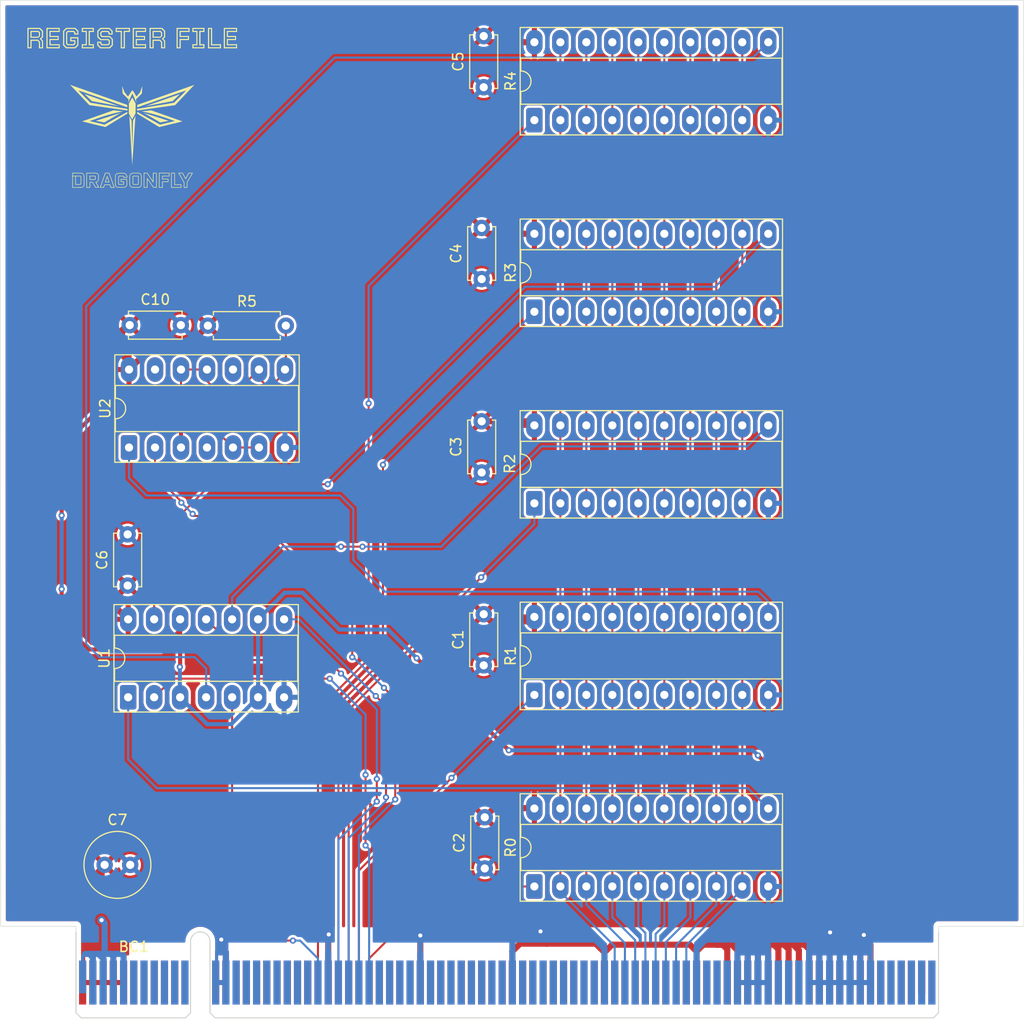
<source format=kicad_pcb>
(kicad_pcb (version 20241229) (generator "pcbnew") (generator_version "9.0")
  (layers (0 "F.Cu" signal) (2 "B.Cu" signal) (13 "F.Paste" user) (15 "B.Paste" user) (5 "F.SilkS" user "F.Silkscreen") (7 "B.SilkS" user "B.Silkscreen") (1 "F.Mask" user) (3 "B.Mask" user) (25 "Edge.Cuts" user))
  (net 0 "")
  (net 4 "GND")
  (net 8 "Net-(BC1-~{RYH})")
  (net 12 "Net-(BC1-~{LZL})")
  (net 20 "VCC")
  (net 29 "Net-(BC1-~{RZH})")
  (net 31 "/D6")
  (net 32 "Net-(BC1-~{RZL})")
  (net 48 "Net-(BC1-~{RYL})")
  (net 50 "/D5")
  (net 53 "/D1")
  (net 56 "Net-(BC1-~{LZH})")
  (net 62 "Net-(BC1-~{LYH})")
  (net 65 "/D3")
  (net 67 "/D4")
  (net 75 "Net-(BC1-~{RXH})")
  (net 79 "/D0")
  (net 84 "/D2")
  (net 85 "Net-(BC1-~{LYL})")
  (net 86 "Net-(BC1-~{LXH})")
  (net 88 "/D7")
  (net 90 "Net-(R0-Cp)")
  (net 91 "Net-(R1-Cp)")
  (net 92 "Net-(R2-Cp)")
  (net 93 "Net-(R3-Cp)")
  (net 94 "Net-(R4-Cp)")
  (net 95 "Net-(BC1-~{CLK})")
  (net 97 "Net-(R5-Pad2)")
  (footprint "Capacitor_THT:C_Radial_D6.3mm_H5.0mm_P2.50mm" (layer "F.Cu") (at 195.1 96.6)
    (property "Reference" "C7")
    (property "Value" "C")
  )
  (footprint "Package_DIP:DIP-20_W7.62mm_Socket_LongPads" (layer "F.Cu") (at 237.1 23.82 90)
    (property "Reference" "R4")
    (property "Value" "74LS574")
  )
  (footprint "Package_DIP:DIP-20_W7.62mm_Socket_LongPads" (layer "F.Cu") (at 237.1 61.265 90)
    (property "Reference" "R2")
    (property "Value" "74LS574")
  )
  (footprint "Connector_PCBEdge:BUS_PCIexpress_x16" (layer "F.Cu") (at 192.95 108.1)
    (property "Reference" "BC1")
    (property "Value" "BusConnector")
    (fp_line (start -0.65 -4.95) (end -0.65 2.95) (stroke (width 0.1)) (layer "Edge.Cuts"))
    (fp_line (start -0.65 2.95) (end -0.15 3.45) (stroke (width 0.1)) (layer "Edge.Cuts"))
    (fp_line (start -0.15 3.45) (end 10.05 3.45) (stroke (width 0.1)) (layer "Edge.Cuts"))
    (fp_line (start 10.55 -4) (end 10.55 2.95) (stroke (width 0.1)) (layer "Edge.Cuts"))
    (fp_line (start 10.55 2.95) (end 10.05 3.45) (stroke (width 0.1)) (layer "Edge.Cuts"))
    (fp_line (start 12.45 -4) (end 12.45 2.95) (stroke (width 0.1)) (layer "Edge.Cuts"))
    (fp_line (start 12.45 2.95) (end 12.95 3.45) (stroke (width 0.1)) (layer "Edge.Cuts"))
    (fp_line (start 12.95 3.45) (end 83.15 3.45) (stroke (width 0.1)) (layer "Edge.Cuts"))
    (fp_line (start 83.65 -4.95) (end 83.65 2.95) (stroke (width 0.1)) (layer "Edge.Cuts"))
    (fp_line (start 83.65 2.95) (end 83.15 3.45) (stroke (width 0.1)) (layer "Edge.Cuts"))
    (fp_arc (start 10.55 -4) (mid 11.5 -4.95) (end 12.45 -4) (stroke (width 0.1)) (layer "Edge.Cuts"))
  )
  (footprint "Capacitor_THT:C_Disc_D5.0mm_W2.5mm_P5.00mm" (layer "F.Cu") (at 232.15 20.6 90)
    (property "Reference" "C5")
    (property "Value" "C")
  )
  (footprint "Package_DIP:DIP-20_W7.62mm_Socket_LongPads" (layer "F.Cu") (at 237.1 79.9875 90)
    (property "Reference" "R1")
    (property "Value" "74LS574")
  )
  (footprint "Package_DIP:DIP-20_W7.62mm_Socket_LongPads" (layer "F.Cu") (at 237.1 98.71 90)
    (property "Reference" "R0")
    (property "Value" "74LS574")
  )
  (footprint "kibuzzard-6911B41A" (layer "F.Cu") (at 197.8 15.8)
    (property "Reference" "kibuzzard-6911B41A" (hide yes))
    (property "Value" "G***" (hide yes))
  )
  (footprint "Package_DIP:DIP-14_W7.62mm_Socket_LongPads" (layer "F.Cu") (at 197.485 55.81 90)
    (property "Reference" "U2")
    (property "Value" "74LS02")
  )
  (footprint "Resistor_THT:R_Axial_DIN0207_L6.3mm_D2.5mm_P7.62mm_Horizontal" (layer "F.Cu") (at 205.19 43.9)
    (property "Reference" "R5")
    (property "Value" "R")
  )
  (footprint "Capacitor_THT:C_Disc_D5.0mm_W2.5mm_P5.00mm" (layer "F.Cu") (at 231.95 58.25 90)
    (property "Reference" "C3")
    (property "Value" "C" (hide yes))
  )
  (footprint "Capacitor_THT:C_Disc_D5.0mm_W2.5mm_P5.00mm" (layer "F.Cu") (at 197.35 69.3 90)
    (property "Reference" "C6")
    (property "Value" "C")
  )
  (footprint "Package_DIP:DIP-14_W7.62mm_Socket_LongPads" (layer "F.Cu") (at 197.4 80.22 90)
    (property "Reference" "U1")
    (property "Value" "74LS02")
  )
  (footprint "Capacitor_THT:C_Disc_D5.0mm_W2.5mm_P5.00mm" (layer "F.Cu") (at 232.15 77.1 90)
    (property "Reference" "C1")
    (property "Value" "C" (hide yes))
  )
  (footprint "Package_DIP:DIP-20_W7.62mm_Socket_LongPads" (layer "F.Cu") (at 237.1 42.5425 90)
    (property "Reference" "R3")
    (property "Value" "74LS574")
  )
  (footprint "Capacitor_THT:C_Disc_D5.0mm_W2.5mm_P5.00mm" (layer "F.Cu") (at 232.25 96.95 90)
    (property "Reference" "C2")
    (property "Value" "C")
  )
  (footprint "Capacitor_THT:C_Disc_D5.0mm_W2.5mm_P5.00mm" (layer "F.Cu") (at 231.95 39.35 90)
    (property "Reference" "C4")
    (property "Value" "C")
  )
  (footprint "Capacitor_THT:C_Disc_D5.0mm_W2.5mm_P5.00mm" (layer "F.Cu") (at 197.55 43.85)
    (property "Reference" "C10")
    (property "Value" "C")
  )
  (gr_poly (pts (xy 201.993646 22.351126) (xy 198.263021 22.880292) (xy 198.263021 22.721542) (xy 201.887812 22.113001) (xy 202.478428 21.524237) (xy 202.879677 21.115778) (xy 203.008489 20.978549) (xy 203.042655 20.938625) (xy 203.050641 20.927328) (xy 203.051979 20.922376) (xy 202.298239 21.171324) (xy 200.662196 21.736035) (xy 198.289479 22.562792) (xy 198.289479 22.324667) (xy 203.872187 20.366751)) (fill yes) (layer "F.SilkS"))
  (gr_poly (pts (xy 201.945757 30.121938) (xy 202.579169 30.125378) (xy 202.575729 30.394459) (xy 201.623229 30.394459) (xy 201.623229 28.992168) (xy 201.940729 28.992168)) (stroke (width 0.052916)) (fill no) (layer "F.SilkS"))
  (gr_poly (pts (xy 196.983497 29.003545) (xy 196.99945 29.004468) (xy 197.015059 29.006779) (xy 197.030311 29.010384) (xy 197.045197 29.015191) (xy 197.059706 29.021107) (xy 197.073827 29.02804) (xy 197.08755 29.035895) (xy 197.100864 29.04458) (xy 197.113759 29.054002) (xy 197.126224 29.064069) (xy 197.138248 29.074686) (xy 197.149821 29.085763) (xy 197.160933 29.097205) (xy 197.171572 29.108919) (xy 197.191393 29.132794) (xy 197.209198 29.156643) (xy 197.224903 29.179725) (xy 197.238423 29.201295) (xy 197.249675 29.220611) (xy 197.265035 29.249503) (xy 197.270305 29.260455) (xy 197.284063 29.415501) (xy 196.966563 29.415501) (xy 196.966525 29.417241) (xy 196.966463 29.415732) (xy 196.966563 29.362584) (xy 196.966434 29.356094) (xy 196.966012 29.349963) (xy 196.965316 29.344182) (xy 196.964365 29.338739) (xy 196.963179 29.333625) (xy 196.961778 29.32883) (xy 196.96018 29.324343) (xy 196.958406 29.320155) (xy 196.956475 29.316257) (xy 196.954407 29.312636) (xy 196.952221 29.309285) (xy 196.949936 29.306192) (xy 196.947572 29.303348) (xy 196.945149 29.300742) (xy 196.942687 29.298365) (xy 196.940204 29.296207) (xy 196.93772 29.294257) (xy 196.935255 29.292505) (xy 196.932828 29.290942) (xy 196.930459 29.289557) (xy 196.925972 29.287283) (xy 196.921951 29.285603) (xy 196.918552 29.284435) (xy 196.915931 29.283701) (xy 196.913646 29.283209) (xy 196.516771 29.283209) (xy 196.510893 29.283384) (xy 196.505451 29.283847) (xy 196.500429 29.284578) (xy 196.49581 29.285559) (xy 196.491579 29.28677) (xy 196.487718 29.288191) (xy 196.484212 29.289804) (xy 196.481044 29.291589) (xy 196.478198 29.293527) (xy 196.475657 29.2956) (xy 196.473404 29.297786) (xy 196.471425 29.300069) (xy 196.469702 29.302427) (xy 196.468218 29.304842) (xy 196.466958 29.307295) (xy 196.465905 29.309767) (xy 196.465042 29.312237) (xy 196.464354 29.314688) (xy 196.463824 29.3171) (xy 196.463436 29.319453) (xy 196.463018 29.323906) (xy 196.46297 29.327895) (xy 196.46316 29.331265) (xy 196.463458 29.333863) (xy 196.463854 29.336126) (xy 196.463854 30.0505) (xy 196.464059 30.055424) (xy 196.464702 30.060033) (xy 196.465755 30.064337) (xy 196.467189 30.068347) (xy 196.468974 30.072073) (xy 196.471081 30.075525) (xy 196.473481 30.078714) (xy 196.476145 30.081651) (xy 196.479043 30.084345) (xy 196.482147 30.086808) (xy 196.485426 30.089049) (xy 196.488853 30.091079) (xy 196.492397 30.092909) (xy 196.496029 30.094549) (xy 196.499721 30.096008) (xy 196.503443 30.097299) (xy 196.510859 30.099413) (xy 196.518045 30.100975) (xy 196.524766 30.102069) (xy 196.53079 30.102776) (xy 196.539808 30.103368) (xy 196.543229 30.103417) (xy 196.913646 30.103417) (xy 196.918966 30.103219) (xy 196.92392 30.102736) (xy 196.928522 30.101987) (xy 196.932784 30.100991) (xy 196.936719 30.099768) (xy 196.940341 30.098337) (xy 196.943662 30.096716) (xy 196.946694 30.094926) (xy 196.949452 30.092983) (xy 196.951947 30.090909) (xy 196.954192 30.088722) (xy 196.956202 30.086441) (xy 196.957987 30.084086) (xy 196.959562 30.081674) (xy 196.960939 30.079226) (xy 196.962131 30.07676) (xy 196.963151 30.074296) (xy 196.964012 30.071853) (xy 196.964726 30.069449) (xy 196.965307 30.067104) (xy 196.96612 30.062667) (xy 196.966554 30.058694) (xy 196.966713 30.055338) (xy 196.966698 30.052752) (xy 196.966563 30.0505) (xy 196.966563 29.840951) (xy 196.701979 29.838834) (xy 196.701979 29.600709) (xy 197.265806 29.600442) (xy 197.272487 29.798946) (xy 197.275852 29.973034) (xy 197.276087 30.057191) (xy 197.274802 30.131197) (xy 197.27361 30.148196) (xy 197.27118 30.164524) (xy 197.267597 30.180189) (xy 197.262944 30.195199) (xy 197.257305 30.209563) (xy 197.250763 30.22329) (xy 197.243402 30.236388) (xy 197.235305 30.248866) (xy 197.226556 30.260734) (xy 197.217239 30.271998) (xy 197.207437 30.282669) (xy 197.197235 30.292755) (xy 197.186715 30.302264) (xy 197.175961 30.311205) (xy 197.165057 30.319587) (xy 197.154086 30.327419) (xy 197.13228 30.341465) (xy 197.11121 30.353414) (xy 197.091547 30.363334) (xy 197.073959 30.371294) (xy 197.047683 30.381616) (xy 197.037736 30.384933) (xy 196.855868 30.387579) (xy 196.65789 30.387612) (xy 196.414642 30.383875) (xy 196.392387 30.382634) (xy 196.371385 30.380064) (xy 196.351601 30.376252) (xy 196.332999 30.37129) (xy 196.315544 30.365267) (xy 196.299199 30.358274) (xy 196.283928 30.350399) (xy 196.269696 30.341732) (xy 196.256467 30.332365) (xy 196.244204 30.322385) (xy 196.232872 30.311884) (xy 196.222435 30.30095) (xy 196.212858 30.289675) (xy 196.204103 30.278147) (xy 196.196136 30.266456) (xy 196.18892 30.254693) (xy 196.182419 30.242947) (xy 196.176598 30.231307) (xy 196.166851 30.208708) (xy 196.159392 30.187615) (xy 196.153933 30.168745) (xy 196.150186 30.152817) (xy 196.147866 30.140551) (xy 196.146355 30.129876) (xy 196.146355 29.283209) (xy 196.147741 29.258806) (xy 196.150928 29.235871) (xy 196.155794 29.214357) (xy 196.162217 29.194221) (xy 196.170078 29.175416) (xy 196.179255 29.157897) (xy 196.189627 29.141618) (xy 196.201074 29.126534) (xy 196.213474 29.1126) (xy 196.226707 29.09977) (xy 196.240651 29.087998) (xy 196.255185 29.07724) (xy 196.27019 29.067449) (xy 196.285543 29.058581) (xy 196.301125 29.05059) (xy 196.316813 29.04343) (xy 196.348026 29.031423) (xy 196.378217 29.022196) (xy 196.406417 29.015386) (xy 196.431658 29.01063) (xy 196.452975 29.007563) (xy 196.469399 29.005823) (xy 196.483699 29.004867) (xy 196.670693 29.003312) (xy 196.834635 29.002746)) (stroke (width 0.052916)) (fill no) (layer "F.SilkS"))
  (gr_poly (pts (xy 197.867469 22.423091) (xy 197.868262 23.031898) (xy 197.805556 23.229807) (xy 197.804763 23.228483) (xy 197.727505 23.039041) (xy 197.733854 22.4305) (xy 197.798413 22.218304)) (fill yes) (layer "F.SilkS"))
  (gr_poly (pts (xy 195.069765 24.039432) (xy 194.241355 23.885709) (xy 196.701979 23.091959)) (fill yes) (layer "F.SilkS"))
  (gr_poly (pts (xy 196.913646 22.959667) (xy 196.694426 22.998763) (xy 196.425932 23.055173) (xy 196.253576 23.094792) (xy 196.056429 23.142858) (xy 195.834952 23.2) (xy 195.589606 23.266845) (xy 195.32085 23.344022) (xy 195.029147 23.432159) (xy 194.714957 23.531885) (xy 194.378741 23.643827) (xy 194.02096 23.768615) (xy 193.642073 23.906875) (xy 195.088021 24.256126) (xy 197.310521 23.012584) (xy 197.336979 23.171334) (xy 195.167396 24.49425) (xy 192.89198 23.938626) (xy 195.961146 22.853834)) (fill yes) (layer "F.SilkS"))
  (gr_poly (pts (xy 198.130729 22.192376) (xy 198.12094 23.16419) (xy 197.786771 23.753417) (xy 197.458158 23.158899) (xy 197.469271 22.192376) (xy 197.800794 21.600768)) (fill yes) (layer "F.SilkS"))
  (gr_poly (pts (xy 198.739271 21.213417) (xy 198.157188 21.795501) (xy 198.210104 22.113001) (xy 197.813229 21.213417) (xy 197.389896 22.113001) (xy 197.442813 21.795501) (xy 196.860729 21.213417) (xy 196.807813 20.472584) (xy 197.044085 21.079009) (xy 197.097581 21.151348) (xy 197.15286 21.224312) (xy 197.216858 21.306286) (xy 197.281849 21.385631) (xy 197.312301 21.42068) (xy 197.340105 21.450707) (xy 197.364293 21.474257) (xy 197.383899 21.489875) (xy 197.391683 21.494255) (xy 197.397959 21.496106) (xy 197.402607 21.495246) (xy 197.405506 21.491495) (xy 197.413091 21.475725) (xy 197.427301 21.45032) (xy 197.471967 21.376409) (xy 197.532234 21.281377) (xy 197.600835 21.176839) (xy 197.670503 21.074409) (xy 197.73397 20.985702) (xy 197.761107 20.950125) (xy 197.783968 20.922333) (xy 197.801645 20.90378) (xy 197.808256 20.898422) (xy 197.813229 20.895917) (xy 197.818232 20.896709) (xy 197.824924 20.900964) (xy 197.842893 20.918951) (xy 197.866165 20.948048) (xy 197.89377 20.986425) (xy 197.958104 21.083697) (xy 198.028137 21.19612) (xy 198.154269 21.407849) (xy 198.210104 21.504459) (xy 198.554063 21.107584) (xy 198.792188 20.472584)) (fill yes) (layer "F.SilkS"))
  (gr_poly (pts (xy 198.104271 23.54175) (xy 197.798941 28.213499) (xy 197.522188 23.515292) (xy 197.495729 23.383001) (xy 197.733854 23.859251) (xy 197.812171 26.721778) (xy 197.866146 23.859251) (xy 198.130729 23.383001)) (fill yes) (layer "F.SilkS"))
  (gr_poly (pts (xy 192.815515 28.997459) (xy 192.857522 29.008559) (xy 192.87789 29.015151) (xy 192.90064 29.024002) (xy 192.924989 29.035478) (xy 192.937519 29.042315) (xy 192.950155 29.049946) (xy 192.962799 29.058416) (xy 192.975355 29.067772) (xy 192.987723 29.078059) (xy 192.999806 29.089322) (xy 193.011507 29.101608) (xy 193.022727 29.114963) (xy 193.033368 29.129431) (xy 193.043334 29.14506) (xy 193.052525 29.161894) (xy 193.060845 29.17998) (xy 193.068195 29.199364) (xy 193.074478 29.22009) (xy 193.079595 29.242205) (xy 193.083449 29.265755) (xy 193.085943 29.290785) (xy 193.086978 29.317342) (xy 193.095709 30.086485) (xy 193.096092 30.099621) (xy 193.095732 30.114703) (xy 193.094258 30.134271) (xy 193.091111 30.157435) (xy 193.085733 30.183302) (xy 193.082032 30.196971) (xy 193.077563 30.210981) (xy 193.072256 30.225221) (xy 193.066043 30.23958) (xy 193.058851 30.253945) (xy 193.050612 30.268206) (xy 193.041256 30.282251) (xy 193.030713 30.295968) (xy 193.018913 30.309247) (xy 193.005785 30.321975) (xy 192.991261 30.334041) (xy 192.97527 30.345334) (xy 192.957742 30.355742) (xy 192.938608 30.365154) (xy 192.917796 30.373458) (xy 192.895239 30.380543) (xy 192.870865 30.386297) (xy 192.844605 30.390609) (xy 192.816389 30.393367) (xy 192.786146 30.39446) (xy 192.250927 30.395353) (xy 191.965938 30.39446) (xy 191.965938 30.103417) (xy 192.25698 30.103417) (xy 192.465008 30.104409) (xy 192.617516 30.104533) (xy 192.706771 30.103417) (xy 192.710956 30.102957) (xy 192.715075 30.10209) (xy 192.719123 30.100844) (xy 192.723096 30.099247) (xy 192.726989 30.097326) (xy 192.730799 30.09511) (xy 192.73452 30.092625) (xy 192.738149 30.089899) (xy 192.741681 30.08696) (xy 192.745112 30.083835) (xy 192.748437 30.080553) (xy 192.751652 30.07714) (xy 192.757735 30.070034) (xy 192.763326 30.062738) (xy 192.76839 30.055473) (xy 192.772891 30.04846) (xy 192.776796 30.041919) (xy 192.780069 30.036073) (xy 192.78458 30.027345) (xy 192.786146 30.024042) (xy 192.787436 29.698439) (xy 192.787597 29.464262) (xy 192.786146 29.336126) (xy 192.785616 29.331668) (xy 192.784688 29.327465) (xy 192.78339 29.323511) (xy 192.781748 29.319799) (xy 192.77979 29.316319) (xy 192.777544 29.313066) (xy 192.775036 29.310032) (xy 192.772293 29.307208) (xy 192.769343 29.304587) (xy 192.766212 29.302163) (xy 192.762929 29.299927) (xy 192.75952 29.297872) (xy 192.756012 29.295991) (xy 192.752433 29.294275) (xy 192.745169 29.291312) (xy 192.737945 29.288922) (xy 192.730979 29.287046) (xy 192.724488 29.285623) (xy 192.71869 29.284594) (xy 192.710041 29.283475) (xy 192.706771 29.283209) (xy 192.25698 29.283209) (xy 192.25698 30.103417) (xy 191.965938 30.103417) (xy 191.965938 28.992168)) (stroke (width 0.052916)) (fill no) (layer "F.SilkS"))
  (gr_poly (pts (xy 201.411562 28.992168) (xy 201.411562 29.283209) (xy 200.750105 29.283209) (xy 200.750105 29.574251) (xy 201.305729 29.574251) (xy 201.305729 29.838834) (xy 200.750105 29.838834) (xy 200.750105 30.394459) (xy 200.432604 30.394459) (xy 200.440806 28.988728)) (stroke (width 0.052916)) (fill no) (layer "F.SilkS"))
  (gr_poly (pts (xy 201.358646 23.885709) (xy 200.530235 24.039432) (xy 198.898021 23.091959)) (fill yes) (layer "F.SilkS"))
  (gr_poly (pts (xy 198.407688 28.993203) (xy 198.421899 28.995061) (xy 198.440341 28.998315) (xy 198.462175 29.003341) (xy 198.486563 29.010515) (xy 198.512665 29.020214) (xy 198.526097 29.026128) (xy 198.539643 29.032814) (xy 198.553198 29.04032) (xy 198.566658 29.048691) (xy 198.579917 29.057977) (xy 198.592872 29.068222) (xy 198.605416 29.079476) (xy 198.617445 29.091783) (xy 198.628855 29.105193) (xy 198.63954 29.11975) (xy 198.649395 29.135504) (xy 198.658316 29.1525) (xy 198.666199 29.170786) (xy 198.672937 29.190409) (xy 198.678426 29.211416) (xy 198.682562 29.233853) (xy 198.68524 29.257769) (xy 198.686354 29.283209) (xy 198.693234 30.127759) (xy 198.691643 30.138922) (xy 198.689149 30.151735) (xy 198.685073 30.168352) (xy 198.679077 30.188012) (xy 198.670826 30.209954) (xy 198.65998 30.233416) (xy 198.65348 30.245479) (xy 198.646204 30.257636) (xy 198.638111 30.269793) (xy 198.62916 30.281853) (xy 198.619307 30.293723) (xy 198.60851 30.305306) (xy 198.596728 30.316507) (xy 198.583918 30.327232) (xy 198.570039 30.337385) (xy 198.555047 30.346871) (xy 198.538901 30.355594) (xy 198.521559 30.36346) (xy 198.502978 30.370373) (xy 198.483117 30.376238) (xy 198.461932 30.38096) (xy 198.439383 30.384443) (xy 198.415427 30.386593) (xy 198.390022 30.387315) (xy 197.859796 30.387844) (xy 197.84695 30.386267) (xy 197.832193 30.383805) (xy 197.813035 30.379791) (xy 197.790345 30.373898) (xy 197.764988 30.365799) (xy 197.737832 30.355167) (xy 197.723851 30.348799) (xy 197.709744 30.341675) (xy 197.695622 30.333754) (xy 197.681591 30.324995) (xy 197.667761 30.315357) (xy 197.65424 30.3048) (xy 197.641136 30.293283) (xy 197.628558 30.280764) (xy 197.616614 30.267204) (xy 197.605412 30.25256) (xy 197.59506 30.236792) (xy 197.585668 30.219859) (xy 197.577344 30.201721) (xy 197.570195 30.182335) (xy 197.56433 30.161663) (xy 197.559858 30.139662) (xy 197.556887 30.116291) (xy 197.555526 30.091511) (xy 197.550656 29.780146) (xy 197.548712 29.522855) (xy 197.548646 29.283209) (xy 197.550468 29.27168) (xy 197.553317 29.258391) (xy 197.557964 29.241083) (xy 197.564792 29.220503) (xy 197.574179 29.197401) (xy 197.579952 29.185137) (xy 197.586508 29.172523) (xy 197.593894 29.159652) (xy 197.602158 29.146618) (xy 197.611348 29.133514) (xy 197.62151 29.120434) (xy 197.632694 29.107472) (xy 197.644945 29.09472) (xy 197.658313 29.082272) (xy 197.672843 29.070222) (xy 197.688585 29.058663) (xy 197.705585 29.047689) (xy 197.723892 29.037393) (xy 197.743552 29.027869) (xy 197.764613 29.01921) (xy 197.787124 29.01151) (xy 197.81113 29.004862) (xy 197.836681 28.99936) (xy 197.863823 28.995098) (xy 197.892604 28.992168) (xy 198.395313 28.992168)) (stroke (width 0.052916)) (fill no) (layer "F.SilkS"))
  (gr_poly (pts (xy 198.344826 29.283247) (xy 198.347317 29.283422) (xy 198.350557 29.283813) (xy 198.354401 29.284504) (xy 198.358706 29.285581) (xy 198.360987 29.28629) (xy 198.363329 29.287128) (xy 198.365715 29.288103) (xy 198.368127 29.289228) (xy 198.370546 29.290513) (xy 198.372955 29.291968) (xy 198.375336 29.293604) (xy 198.377671 29.295431) (xy 198.379942 29.29746) (xy 198.382132 29.299701) (xy 198.384221 29.302166) (xy 198.386193 29.304864) (xy 198.388029 29.307806) (xy 198.389711 29.311003) (xy 198.391222 29.314465) (xy 198.392544 29.318203) (xy 198.393658 29.322228) (xy 198.394547 29.32655) (xy 198.395193 29.331179) (xy 198.395577 29.336126) (xy 198.396499 29.466718) (xy 198.396206 29.700622) (xy 198.395049 30.024042) (xy 198.39551 30.027421) (xy 198.395879 30.0313) (xy 198.396156 30.036333) (xy 198.396205 30.042292) (xy 198.395886 30.048948) (xy 198.395061 30.056071) (xy 198.394416 30.059736) (xy 198.393593 30.063432) (xy 198.392575 30.06713) (xy 198.391344 30.070803) (xy 198.389883 30.07442) (xy 198.388175 30.077953) (xy 198.386203 30.081375) (xy 198.38395 30.084656) (xy 198.381397 30.087767) (xy 198.378529 30.09068) (xy 198.375327 30.093366) (xy 198.371774 30.095797) (xy 198.367854 30.097944) (xy 198.363549 30.099779) (xy 198.358841 30.101272) (xy 198.353714 30.102395) (xy 198.34815 30.10312) (xy 198.342132 30.103417) (xy 197.945257 30.103417) (xy 197.941879 30.103596) (xy 197.932966 30.103558) (xy 197.927007 30.103188) (xy 197.920351 30.102441) (xy 197.913228 30.101208) (xy 197.905867 30.099382) (xy 197.902169 30.098214) (xy 197.898496 30.096856) (xy 197.894879 30.095296) (xy 197.891345 30.093521) (xy 197.887924 30.091517) (xy 197.884643 30.08927) (xy 197.881532 30.086767) (xy 197.878619 30.083995) (xy 197.875933 30.08094) (xy 197.873502 30.077588) (xy 197.871355 30.073927) (xy 197.869521 30.069942) (xy 197.868028 30.065621) (xy 197.866904 30.060949) (xy 197.86618 30.055913) (xy 197.865882 30.0505) (xy 197.866411 29.362584) (xy 197.865993 29.35926) (xy 197.865671 29.35544) (xy 197.865452 29.350479) (xy 197.865468 29.344601) (xy 197.865853 29.338027) (xy 197.86674 29.330983) (xy 197.867414 29.327354) (xy 197.868263 29.32369) (xy 197.869304 29.320021) (xy 197.870555 29.316373) (xy 197.872031 29.312775) (xy 197.873749 29.309254) (xy 197.875726 29.305839) (xy 197.877979 29.302557) (xy 197.880523 29.299436) (xy 197.883377 29.296505) (xy 197.886557 29.29379) (xy 197.890078 29.29132) (xy 197.893959 29.289124) (xy 197.898215 29.287228) (xy 197.902863 29.28566) (xy 197.90792 29.284449) (xy 197.913403 29.283623) (xy 197.919328 29.283209) (xy 198.342661 29.283209)) (stroke (width 0.052916)) (fill no) (layer "F.SilkS"))
  (gr_poly (pts (xy 195.537813 29.865292) (xy 195.167396 29.865292) (xy 195.352604 29.309667)) (stroke (width 0.052916)) (fill no) (layer "F.SilkS"))
  (gr_poly (pts (xy 201.755521 21.954251) (xy 199.083229 22.456959) (xy 202.469896 21.266334)) (fill yes) (layer "F.SilkS"))
  (gr_poly (pts (xy 194.147848 29.282319) (xy 194.152334 29.282721) (xy 194.154703 29.283101) (xy 194.15713 29.283624) (xy 194.159595 29.284305) (xy 194.162079 29.285161) (xy 194.164562 29.286208) (xy 194.167024 29.287463) (xy 194.169447 29.288943) (xy 194.171811 29.290664) (xy 194.174096 29.292642) (xy 194.176282 29.294894) (xy 194.17835 29.297437) (xy 194.180281 29.300287) (xy 194.182055 29.303461) (xy 194.183653 29.306975) (xy 194.185054 29.310845) (xy 194.18624 29.315089) (xy 194.187191 29.319722) (xy 194.187887 29.324762) (xy 194.188309 29.330224) (xy 194.188438 29.336126) (xy 194.188438 29.574251) (xy 194.188074 29.576481) (xy 194.187545 29.579043) (xy 194.186718 29.58237) (xy 194.185544 29.586311) (xy 194.183973 29.590715) (xy 194.181956 29.595432) (xy 194.180764 29.597861) (xy 194.179442 29.600312) (xy 194.177984 29.602766) (xy 194.176383 29.605205) (xy 194.174633 29.607609) (xy 194.172728 29.609959) (xy 194.170662 29.612238) (xy 194.168429 29.614425) (xy 194.166022 29.616503) (xy 194.163435 29.618453) (xy 194.160662 29.620255) (xy 194.157697 29.621891) (xy 194.154533 29.623342) (xy 194.151165 29.62459) (xy 194.147586 29.625615) (xy 194.143789 29.626399) (xy 194.13977 29.626923) (xy 194.135521 29.627167) (xy 193.659271 29.627167) (xy 193.659271 29.283209) (xy 194.135521 29.283209) (xy 194.137806 29.282803) (xy 194.140427 29.282492) (xy 194.143827 29.282287)) (stroke (width 0.052916)) (fill no) (layer "F.SilkS"))
  (gr_poly (pts (xy 200.167227 30.392077) (xy 199.867455 30.376996) (xy 199.262882 29.515247) (xy 199.256002 30.391283) (xy 198.950938 30.394459) (xy 198.950938 28.992168) (xy 199.257061 28.993225) (xy 199.850521 29.865292) (xy 199.850521 28.992168) (xy 200.168021 28.992168)) (stroke (width 0.052916)) (fill no) (layer "F.SilkS"))
  (gr_poly (pts (xy 197.310521 22.324667) (xy 197.310521 22.562792) (xy 194.937804 21.736035) (xy 193.301761 21.171324) (xy 192.548021 20.922376) (xy 192.549359 20.927328) (xy 192.557346 20.938625) (xy 192.591511 20.978549) (xy 192.720323 21.115778) (xy 193.121572 21.524237) (xy 193.712188 22.113001) (xy 197.336979 22.721542) (xy 197.336979 22.880292) (xy 193.606355 22.351126) (xy 191.727813 20.366751)) (fill yes) (layer "F.SilkS"))
  (gr_poly (pts (xy 202.708021 23.938626) (xy 200.432604 24.49425) (xy 198.263021 23.171334) (xy 198.289479 23.012584) (xy 200.511979 24.256126) (xy 201.957927 23.906875) (xy 201.579041 23.768615) (xy 201.221259 23.643827) (xy 200.885043 23.531885) (xy 200.570853 23.432159) (xy 200.27915 23.344022) (xy 200.010395 23.266845) (xy 199.765048 23.2) (xy 199.543571 23.142858) (xy 199.346424 23.094792) (xy 199.174068 23.055173) (xy 198.905574 22.998763) (xy 198.686354 22.959667) (xy 199.638854 22.853834)) (fill yes) (layer "F.SilkS"))
  (gr_poly (pts (xy 194.252745 28.992845) (xy 194.265817 28.994313) (xy 194.28277 28.997087) (xy 194.302827 29.001582) (xy 194.32521 29.008213) (xy 194.337031 29.012459) (xy 194.349142 29.017394) (xy 194.361445 29.02307) (xy 194.373845 29.02954) (xy 194.386242 29.036854) (xy 194.398541 29.045065) (xy 194.410645 29.054225) (xy 194.422455 29.064385) (xy 194.433874 29.075597) (xy 194.444807 29.087914) (xy 194.455154 29.101386) (xy 194.46482 29.116067) (xy 194.473707 29.132007) (xy 194.481717 29.149258) (xy 194.488754 29.167872) (xy 194.494721 29.187902) (xy 194.49952 29.209399) (xy 194.503054 29.232414) (xy 194.505225 29.257001) (xy 194.505938 29.283209) (xy 194.505938 29.627167) (xy 194.504032 29.635736) (xy 194.501292 29.645735) (xy 194.497041 29.658909) (xy 194.491042 29.674784) (xy 194.483056 29.692884) (xy 194.472843 29.712735) (xy 194.466827 29.723168) (xy 194.460165 29.73386) (xy 194.452827 29.744753) (xy 194.444783 29.755786) (xy 194.436004 29.7669) (xy 194.42646 29.778036) (xy 194.41612 29.789135) (xy 194.404954 29.800137) (xy 194.392934 29.810982) (xy 194.380029 29.821611) (xy 194.36621 29.831965) (xy 194.351446 29.841985) (xy 194.335707 29.85161) (xy 194.318964 29.860783) (xy 194.301188 29.869442) (xy 194.282347 29.87753) (xy 194.262413 29.884985) (xy 194.241355 29.89175) (xy 194.252584 29.912677) (xy 194.28466 29.96719) (xy 194.3838 30.132124) (xy 194.529221 30.371705) (xy 194.204842 30.37832) (xy 193.923855 29.89175) (xy 193.659272 29.89175) (xy 193.659272 30.394459) (xy 193.341772 30.394459) (xy 193.341772 28.992168) (xy 193.36823 28.992168) (xy 194.241355 28.992168)) (stroke (width 0.052916)) (fill no) (layer "F.SilkS"))
  (gr_poly (pts (xy 203.02552 29.547792) (xy 203.316563 28.992168) (xy 203.686979 28.992168) (xy 203.157813 29.89175) (xy 203.157813 30.394459) (xy 202.866771 30.394459) (xy 202.863066 29.896248) (xy 202.337604 28.992168) (xy 202.708021 28.992168)) (stroke (width 0.052916)) (fill no) (layer "F.SilkS"))
  (gr_poly (pts (xy 196.516771 22.456959) (xy 193.84448 21.954251) (xy 193.130105 21.266334)) (fill yes) (layer "F.SilkS"))
  (gr_poly (pts (xy 196.040521 30.394459) (xy 195.696563 30.394459) (xy 195.617188 30.129876) (xy 195.088021 30.129876) (xy 195.008646 30.394459) (xy 194.671302 30.391549) (xy 195.167396 28.992168) (xy 195.537813 28.992168)) (stroke (width 0.052916)) (fill no) (layer "F.SilkS"))
  (gr_line (start 284.95 102.6) (end 276.6 102.6) (stroke (width 0.05)) (layer "Edge.Cuts"))
  (gr_line (start 271.4 12.1) (end 284.9 12.1) (stroke (width 0.05)) (layer "Edge.Cuts"))
  (gr_line (start 192.3 103.15) (end 192.3 102.6) (stroke (width 0.05)) (layer "Edge.Cuts"))
  (gr_line (start 284.9 12.1) (end 284.95 102.6) (stroke (width 0.05)) (layer "Edge.Cuts"))
  (gr_line (start 184.9 12.1) (end 271.4 12.1) (stroke (width 0.05)) (layer "Edge.Cuts"))
  (gr_line (start 184.9 12.1) (end 184.95 102.6) (stroke (width 0.05)) (layer "Edge.Cuts"))
  (gr_line (start 184.95 102.6) (end 192.3 102.6) (stroke (width 0.05)) (layer "Edge.Cuts"))
  (gr_line (start 276.6 103.15) (end 276.6 102.6) (stroke (width 0.05)) (layer "Edge.Cuts"))
  (segment (start 206.95 105.15) (end 206.7 104.9) (width 0.6) (layer "F.Cu") (net 4))
  (segment (start 261.5 104.4) (end 262.4 104.4) (width 0.6) (layer "F.Cu") (net 4))
  (segment (start 262.4 104.4) (end 262.95 104.95) (width 0.6) (layer "F.Cu") (net 4))
  (segment (start 269.95 104.4) (end 269.75 104.2) (width 0.6) (layer "F.Cu") (net 4))
  (segment (start 252.95 105.05) (end 253.6 104.4) (width 0.6) (layer "F.Cu") (net 4))
  (segment (start 265.5 103.7) (end 266 103.2) (width 0.6) (layer "F.Cu") (net 4))
  (segment (start 254.9 104.4) (end 255.5 104.4) (width 0.6) (layer "F.Cu") (net 4))
  (segment (start 252.95 105.05) (end 252.95 108.1) (width 0.6) (layer "F.Cu") (net 4))
  (segment (start 261.95 104.85) (end 261.95 108.1) (width 0.6) (layer "F.Cu") (net 4))
  (segment (start 264.95 104.85) (end 264.95 108.1) (width 0.6) (layer "F.Cu") (net 4))
  (segment (start 243.95 105.15) (end 243.95 108.1) (width 0.6) (layer "F.Cu") (net 4))
  (segment (start 259.6 104.4) (end 260.5 104.4) (width 0.6) (layer "F.Cu") (net 4))
  (segment (start 265.95 104.85) (end 265.95 108.1) (width 0.6) (layer "F.Cu") (net 4))
  (segment (start 206.5 104.9) (end 206.2 104.9) (width 0.2) (layer "F.Cu") (net 4))
  (segment (start 238.3 103.7) (end 237.7 103.1) (width 0.6) (layer "F.Cu") (net 4))
  (segment (start 254.9 104.4) (end 256.4 104.4) (width 0.6) (layer "F.Cu") (net 4))
  (segment (start 263.95 104.85) (end 263.95 108.1) (width 0.6) (layer "F.Cu") (net 4))
  (segment (start 269.95 108.1) (end 269.95 104.4) (width 0.6) (layer "F.Cu") (net 4))
  (segment (start 261.5 104.4) (end 261.95 104.85) (width 0.6) (layer "F.Cu") (net 4))
  (segment (start 269.15 103.6) (end 269.3 103.45) (width 0.6) (layer "F.Cu") (net 4))
  (segment (start 235.7 104.3) (end 238.3 104.3) (width 0.6) (layer "F.Cu") (net 4))
  (segment (start 257.5 104.4) (end 257.95 104.85) (width 0.6) (layer "F.Cu") (net 4))
  (segment (start 216.95 108.1) (end 216.95 103.45) (width 0.6) (layer "F.Cu") (net 4))
  (segment (start 238.3 104.3) (end 238.3 103.7) (width 0.6) (layer "F.Cu") (net 4))
  (segment (start 256.7 104.4) (end 257.5 104.4) (width 0.6) (layer "F.Cu") (net 4))
  (segment (start 206.001 105.099) (end 206.001 108.1) (width 0.2) (layer "F.Cu") (net 4))
  (segment (start 255.95 104.85) (end 255.95 108.1) (width 0.6) (layer "F.Cu") (net 4))
  (segment (start 263.5 104.4) (end 264.5 104.4) (width 0.6) (layer "F.Cu") (net 4))
  (segment (start 256.4 104.4) (end 256.7 104.4) (width 0.6) (layer "F.Cu") (net 4))
  (segment (start 258.95 104.75) (end 258.95 108.1) (width 0.6) (layer "F.Cu") (net 4))
  (segment (start 263.5 104.4) (end 263.95 104.85) (width 0.6) (layer "F.Cu") (net 4))
  (segment (start 269.15 104.2) (end 268.95 104.4) (width 0.6) (layer "F.Cu") (net 4))
  (segment (start 206.2 104.9) (end 206.001 105.099) (width 0.2) (layer "F.Cu") (net 4))
  (segment (start 260.5 104.4) (end 261.5 104.4) (width 0.6) (layer "F.Cu") (net 4))
  (segment (start 262.4 104.4) (end 263.5 104.4) (width 0.6) (layer "F.Cu") (net 4))
  (segment (start 259.95 104.75) (end 259.95 108.1) (width 0.6) (layer "F.Cu") (net 4))
  (segment (start 238.3 104.3) (end 243.1 104.3) (width 0.6) (layer "F.Cu") (net 4))
  (segment (start 265.5 104.4) (end 265.95 104.85) (width 0.6) (layer "F.Cu") (net 4))
  (segment (start 234.95 105.05) (end 235.7 104.3) (width 0.6) (layer "F.Cu") (net 4))
  (segment (start 265.5 104.4) (end 265.5 103.7) (width 0.6) (layer "F.Cu") (net 4))
  (segment (start 259.6 104.4) (end 259.95 104.75) (width 0.6) (layer "F.Cu") (net 4))
  (segment (start 253.6 104.4) (end 254.9 104.4) (width 0.6) (layer "F.Cu") (net 4))
  (segment (start 206.5 104.9) (end 206.5 104.1) (width 0.6) (layer "F.Cu") (net 4))
  (segment (start 234.95 105.05) (end 234.95 108.1) (width 0.6) (layer "F.Cu") (net 4))
  (segment (start 216.95 103.45) (end 217 103.4) (width 0.2) (layer "F.Cu") (net 4))
  (segment (start 260.5 104.4) (end 260.95 104.85) (width 0.6) (layer "F.Cu") (net 4))
  (segment (start 258.6 104.4) (end 258.95 104.75) (width 0.6) (layer "F.Cu") (net 4))
  (segment (start 206.95 108.1) (end 206.95 105.15) (width 0.6) (layer "F.Cu") (net 4))
  (segment (start 256.95 104.95) (end 256.95 108.1) (width 0.6) (layer "F.Cu") (net 4))
  (segment (start 257.95 104.85) (end 257.95 108.1) (width 0.6) (layer "F.Cu") (net 4))
  (segment (start 269.75 104.2) (end 269.15 104.2) (width 0.6) (layer "F.Cu") (net 4))
  (segment (start 256.4 104.4) (end 256.95 104.95) (width 0.6) (layer "F.Cu") (net 4))
  (segment (start 257.5 104.4) (end 258.6 104.4) (width 0.6) (layer "F.Cu") (net 4))
  (segment (start 244.7 104.4) (end 252.3 104.4) (width 0.6) (layer "F.Cu") (net 4))
  (segment (start 243.95 105.15) (end 244.7 104.4) (width 0.6) (layer "F.Cu") (net 4))
  (segment (start 258.6 104.4) (end 259.6 104.4) (width 0.6) (layer "F.Cu") (net 4))
  (segment (start 264.5 104.4) (end 264.95 104.85) (width 0.6) (layer "F.Cu") (net 4))
  (segment (start 255.5 104.4) (end 255.95 104.85) (width 0.6) (layer "F.Cu") (net 4))
  (segment (start 268.95 104.4) (end 268.95 108.1) (width 0.6) (layer "F.Cu") (net 4))
  (segment (start 260.95 104.85) (end 260.95 108.1) (width 0.6) (layer "F.Cu") (net 4))
  (segment (start 262.95 104.95) (end 262.95 108.1) (width 0.6) (layer "F.Cu") (net 4))
  (segment (start 269.15 104.2) (end 269.15 103.6) (width 0.6) (layer "F.Cu") (net 4))
  (segment (start 264.5 104.4) (end 265.5 104.4) (width 0.6) (layer "F.Cu") (net 4))
  (segment (start 252.3 104.4) (end 252.95 105.05) (width 0.6) (layer "F.Cu") (net 4))
  (segment (start 206.7 104.9) (end 206.5 104.9) (width 0.2) (layer "F.Cu") (net 4))
  (segment (start 225.95 103.5) (end 225.95 108.1) (width 0.6) (layer "F.Cu") (net 4))
  (segment (start 243.1 104.3) (end 243.95 105.15) (width 0.6) (layer "F.Cu") (net 4))
  (via (at 266 103.2) (size 0.8) (drill 0.4) (layers "F.Cu" "B.Cu") (net 4))
  (via (at 225.95 103.5) (size 0.8) (drill 0.4) (layers "F.Cu" "B.Cu") (net 4))
  (via (at 269.3 103.45) (size 0.8) (drill 0.4) (layers "F.Cu" "B.Cu") (net 4))
  (via (at 206.5 103.9) (size 0.8) (drill 0.4) (layers "F.Cu" "B.Cu") (net 4))
  (via (at 237.7 103.1) (size 0.8) (drill 0.4) (layers "F.Cu" "B.Cu") (net 4))
  (via (at 217 103.4) (size 0.8) (drill 0.4) (layers "F.Cu" "B.Cu") (net 4))
  (segment (start 256.95 108.1) (end 256.95 105.25) (width 0.6) (layer "B.Cu") (net 4))
  (segment (start 269.95 105.05) (end 269.9 105) (width 0.2) (layer "B.Cu") (net 4))
  (segment (start 259.95 105.35) (end 259.9 105.3) (width 0.6) (layer "B.Cu") (net 4))
  (segment (start 243.95 104.8) (end 242.75 103.6) (width 0.6) (layer "B.Cu") (net 4))
  (segment (start 234.95 108.1) (end 234.95 105.05) (width 0.6) (layer "B.Cu") (net 4))
  (segment (start 234.95 105.05) (end 234.95 103.45) (width 0.6) (layer "B.Cu") (net 4))
  (segment (start 259.95 108.1) (end 259.95 105.35) (width 0.6) (layer "B.Cu") (net 4))
  (segment (start 206.95 108.1) (end 206.95 105.15) (width 0.6) (layer "B.Cu") (net 4))
  (segment (start 225.95 108.1) (end 225.95 105.25) (width 0.6) (layer "B.Cu") (net 4))
  (segment (start 263.95 108.1) (end 263.95 105.05) (width 0.6) (layer "B.Cu") (net 4))
  (segment (start 243.95 108.1) (end 243.95 105.35) (width 0.6) (layer "B.Cu") (net 4))
  (segment (start 268.95 105.15) (end 268.8 105) (width 0.6) (layer "B.Cu") (net 4))
  (segment (start 267.95 108.1) (end 267.95 105.15) (width 0.6) (layer "B.Cu") (net 4))
  (segment (start 258.95 105.35) (end 258.9 105.3) (width 0.6) (layer "B.Cu") (net 4))
  (segment (start 243.95 105.35) (end 243.95 104.8) (width 0.6) (layer "B.Cu") (net 4))
  (segment (start 267.95 105.15) (end 267.9 105.1) (width 0.6) (layer "B.Cu") (net 4))
  (segment (start 265.95 108.1) (end 265.95 105.15) (width 0.6) (layer "B.Cu") (net 4))
  (segment (start 206.001 105.499) (end 206.001 108.1) (width 0.2) (layer "B.Cu") (net 4))
  (segment (start 216.95 108.1) (end 216.95 105.05) (width 0.6) (layer "B.Cu") (net 4))
  (segment (start 269.95 108.1) (end 269.95 105.05) (width 0.2) (layer "B.Cu") (net 4))
  (segment (start 252.95 105.25) (end 252.95 104.8) (width 0.6) (layer "B.Cu") (net 4))
  (segment (start 265.95 105.15) (end 265.9 105.1) (width 0.6) (layer "B.Cu") (net 4))
  (segment (start 264.95 108.1) (end 264.95 105.15) (width 0.6) (layer "B.Cu") (net 4))
  (segment (start 257.95 108.1) (end 257.95 105.35) (width 0.6) (layer "B.Cu") (net 4))
  (segment (start 266.95 105.15) (end 266.9 105.1) (width 0.6) (layer "B.Cu") (net 4))
  (segment (start 266.95 108.1) (end 266.95 105.15) (width 0.6) (layer "B.Cu") (net 4))
  (segment (start 268.95 108.1) (end 268.95 105.15) (width 0.6) (layer "B.Cu") (net 4))
  (segment (start 258.95 108.1) (end 258.95 105.35) (width 0.6) (layer "B.Cu") (net 4))
  (segment (start 252.95 108.1) (end 252.95 105.25) (width 0.6) (layer "B.Cu") (net 4))
  (segment (start 264.95 105.15) (end 265 105.1) (width 0.6) (layer "B.Cu") (net 4))
  (segment (start 267.95 108.05) (end 267.9 108) (width 0.2) (layer "B.Cu") (net 4))
  (segment (start 252.95 104.8) (end 254.15 103.6) (width 0.6) (layer "B.Cu") (net 4))
  (segment (start 218.95 81.45) (end 218.95 108.1) (width 0.2) (layer "F.Cu") (net 8))
  (segment (start 231.9 68.5) (end 218.95 81.45) (width 0.2) (layer "F.Cu") (net 8))
  (via (at 231.9 68.5) (size 0.6) (drill 0.3) (layers "F.Cu" "B.Cu") (net 8))
  (segment (start 237.1 61.265) (end 237.1 63.3) (width 0.2) (layer "B.Cu") (net 8))
  (segment (start 237.1 63.3) (end 231.9 68.5) (width 0.2) (layer "B.Cu") (net 8))
  (segment (start 223.5 90.2) (end 223.5 80.4) (width 0.2) (layer "F.Cu") (net 12))
  (segment (start 219.3 72.1) (end 212 64.8) (width 0.2) (layer "F.Cu") (net 12))
  (segment (start 219.3 76.3) (end 219.3 72.1) (width 0.2) (layer "F.Cu") (net 12))
  (segment (start 202.6 61.2) (end 202.6 61.1) (width 0.2) (layer "F.Cu") (net 12))
  (segment (start 209.7 62.5) (end 203.9 62.5) (width 0.2) (layer "F.Cu") (net 12))
  (segment (start 203.9 62.5) (end 203.7 62.3) (width 0.2) (layer "F.Cu") (net 12))
  (segment (start 223.5 80.4) (end 222.4 79.3) (width 0.2) (layer "F.Cu") (net 12))
  (segment (start 212 64.8) (end 209.7 62.5) (width 0.2) (layer "F.Cu") (net 12))
  (segment (start 202.6 61.1) (end 200.025 58.525) (width 0.2) (layer "F.Cu") (net 12))
  (segment (start 200.025 58.525) (end 200.025 55.81) (width 0.2) (layer "F.Cu") (net 12))
  (via (at 223.5 90.2) (size 0.6) (drill 0.3) (layers "F.Cu" "B.Cu") (net 12))
  (via (at 203.7 62.3) (size 0.6) (drill 0.3) (layers "F.Cu" "B.Cu") (net 12))
  (via (at 222.4 79.3) (size 0.6) (drill 0.3) (layers "F.Cu" "B.Cu") (net 12))
  (via (at 202.6 61.2) (size 0.6) (drill 0.3) (layers "F.Cu" "B.Cu") (net 12))
  (via (at 219.3 76.3) (size 0.6) (drill 0.3) (layers "F.Cu" "B.Cu") (net 12))
  (segment (start 222.4 79.3) (end 219.4 76.3) (width 0.2) (layer "B.Cu") (net 12))
  (segment (start 203.7 62.3) (end 202.6 61.2) (width 0.2) (layer "B.Cu") (net 12))
  (segment (start 219.4 76.3) (end 219.3 76.3) (width 0.2) (layer "B.Cu") (net 12))
  (segment (start 219.95 108.1) (end 219.95 93.75) (width 0.2) (layer "B.Cu") (net 12))
  (segment (start 219.95 93.75) (end 223.5 90.2) (width 0.2) (layer "B.Cu") (net 12))
  (segment (start 196.2 70.45) (end 196.2 71.45) (width 0.6) (layer "F.Cu") (net 20))
  (segment (start 197.485 47.435) (end 196.8 46.75) (width 0.6) (layer "F.Cu") (net 20))
  (segment (start 197.35 69.3) (end 196.2 70.45) (width 0.6) (layer "F.Cu") (net 20))
  (segment (start 232.25 91.95) (end 233.15 91.05) (width 0.6) (layer "F.Cu") (net 20))
  (segment (start 196.2 71.45) (end 197.35 72.6) (width 0.6) (layer "F.Cu") (net 20))
  (segment (start 231.95 53.25) (end 236.705 53.25) (width 0.6) (layer "F.Cu") (net 20))
  (segment (start 232.85 72.8) (end 236.6675 72.8) (width 0.6) (layer "F.Cu") (net 20))
  (segment (start 237.1 34.9225) (end 232.5225 34.9225) (width 0.6) (layer "F.Cu") (net 20))
  (segment (start 236.705 53.25) (end 237.1 53.645) (width 0.6) (layer "F.Cu") (net 20))
  (segment (start 237.06 91.05) (end 237.1 91.09) (width 0.2) (layer "F.Cu") (net 20))
  (segment (start 232.15 72.1) (end 232.85 72.8) (width 0.6) (layer "F.Cu") (net 20))
  (segment (start 197.3 43.85) (end 197.55 43.85) (width 0.2) (layer "F.Cu") (net 20))
  (segment (start 236.6675 72.8) (end 237.1 72.3675) (width 0.6) (layer "F.Cu") (net 20))
  (segment (start 233.15 91.05) (end 237.06 91.05) (width 0.6) (layer "F.Cu") (net 20))
  (segment (start 196.8 46.75) (end 196.8 44.35) (width 0.6) (layer "F.Cu") (net 20))
  (segment (start 197.485 48.19) (end 199.825 45.85) (width 0.6) (layer "F.Cu") (net 20))
  (segment (start 232.5225 34.9225) (end 231.95 34.35) (width 0.6) (layer "F.Cu") (net 20))
  (segment (start 203.24 45.85) (end 205.19 43.9) (width 0.6) (layer "F.Cu") (net 20))
  (segment (start 196.8 44.35) (end 197.3 43.85) (width 0.6) (layer "F.Cu") (net 20))
  (segment (start 194.8 96.9) (end 195.1 96.6) (width 0.6) (layer "F.Cu") (net 20))
  (segment (start 232.75 16.2) (end 232.15 15.6) (width 0.6) (layer "F.Cu") (net 20))
  (segment (start 197.485 48.19) (end 197.485 47.435) (width 0.2) (layer "F.Cu") (net 20))
  (segment (start 197.35 72.6) (end 197.4 72.6) (width 0.2) (layer "F.Cu") (net 20))
  (segment (start 194.8 102) (end 194.8 96.9) (width 0.6) (layer "F.Cu") (net 20))
  (segment (start 237.1 16.2) (end 232.75 16.2) (width 0.6) (layer "F.Cu") (net 20))
  (segment (start 199.825 45.85) (end 203.24 45.85) (width 0.6) (layer "F.Cu") (net 20))
  (via (at 194.8 102) (size 0.8) (drill 0.4) (layers "F.Cu" "B.Cu") (net 20))
  (segment (start 195 108.05) (end 194.95 108.1) (width 0.6) (layer "B.Cu") (net 20))
  (segment (start 196.95 105.45) (end 196.95 108.1) (width 0.6) (layer "B.Cu") (net 20))
  (segment (start 192.95 105.55) (end 193.2 105.3) (width 0.3) (layer "B.Cu") (net 20))
  (segment (start 196.8 105.3) (end 196.95 105.45) (width 0.6) (layer "B.Cu") (net 20))
  (segment (start 195 105.8) (end 195 108.05) (width 0.6) (layer "B.Cu") (net 20))
  (segment (start 195.7 105.3) (end 195.95 105.55) (width 0.6) (layer "B.Cu") (net 20))
  (segment (start 193.95 105.65) (end 193.95 108.1) (width 0.6) (layer "B.Cu") (net 20))
  (segment (start 195.95 105.55) (end 195.95 108.1) (width 0.6) (layer "B.Cu") (net 20))
  (segment (start 194.5 105.3) (end 195.1 105.3) (width 0.6) (layer "B.Cu") (net 20))
  (segment (start 195.1 105.3) (end 195.7 105.3) (width 0.6) (layer "B.Cu") (net 20))
  (segment (start 192.95 107.55) (end 192.95 105.55) (width 0.3) (layer "B.Cu") (net 20))
  (segment (start 193.6 105.3) (end 194.5 105.3) (width 0.6) (layer "B.Cu") (net 20))
  (segment (start 195.1 102.3) (end 194.8 102) (width 0.6) (layer "B.Cu") (net 20))
  (segment (start 193.6 105.3) (end 193.95 105.65) (width 0.6) (layer "B.Cu") (net 20))
  (segment (start 195.1 105.3) (end 195.1 102.3) (width 0.6) (layer "B.Cu") (net 20))
  (segment (start 194.5 105.3) (end 195 105.8) (width 0.6) (layer "B.Cu") (net 20))
  (segment (start 193.2 105.3) (end 193.6 105.3) (width 0.6) (layer "B.Cu") (net 20))
  (segment (start 195.7 105.3) (end 196.8 105.3) (width 0.6) (layer "B.Cu") (net 20))
  (segment (start 220.95 105.75) (end 220.95 108.1) (width 0.2) (layer "F.Cu") (net 29))
  (segment (start 237.1 98.71) (end 227.99 98.71) (width 0.2) (layer "F.Cu") (net 29))
  (segment (start 227.99 98.71) (end 220.95 105.75) (width 0.2) (layer "F.Cu") (net 29))
  (segment (start 254.88 34.9225) (end 254.88 42.5425) (width 0.2) (layer "F.Cu") (net 31))
  (segment (start 254.88 42.5425) (end 254.88 53.645) (width 0.2) (layer "F.Cu") (net 31))
  (segment (start 254.88 53.645) (end 254.88 61.265) (width 0.2) (layer "F.Cu") (net 31))
  (segment (start 254.88 72.3675) (end 254.88 79.9875) (width 0.2) (layer "F.Cu") (net 31))
  (segment (start 254.88 61.265) (end 254.88 72.3675) (width 0.2) (layer "F.Cu") (net 31))
  (segment (start 254.88 16.2) (end 254.88 23.82) (width 0.2) (layer "F.Cu") (net 31))
  (segment (start 254.88 98.71) (end 254.88 91.09) (width 0.2) (layer "F.Cu") (net 31))
  (segment (start 254.88 91.09) (end 254.88 79.9875) (width 0.2) (layer "F.Cu") (net 31))
  (segment (start 254.88 23.82) (end 254.88 34.9225) (width 0.2) (layer "F.Cu") (net 31))
  (segment (start 254.88 98.71) (end 254.88 100.52) (width 0.2) (layer "B.Cu") (net 31))
  (segment (start 254.88 100.52) (end 250.95 104.45) (width 0.2) (layer "B.Cu") (net 31))
  (segment (start 250.95 104.45) (end 250.95 108.1) (width 0.2) (layer "B.Cu") (net 31))
  (segment (start 219.95 97.15) (end 219.95 108.1) (width 0.2) (layer "F.Cu") (net 32))
  (segment (start 229 88.1) (end 219.95 97.15) (width 0.2) (layer "F.Cu") (net 32))
  (via (at 229 88.1) (size 0.6) (drill 0.3) (layers "F.Cu" "B.Cu") (net 32))
  (segment (start 237.1 79.9875) (end 229 88.0875) (width 0.2) (layer "B.Cu") (net 32))
  (segment (start 229 88.0875) (end 229 88.1) (width 0.2) (layer "B.Cu") (net 32))
  (segment (start 222.3 57.5) (end 222.3 76.6) (width 0.2) (layer "F.Cu") (net 48))
  (segment (start 217.95 80.95) (end 217.95 108.1) (width 0.2) (layer "F.Cu") (net 48))
  (segment (start 222.3 76.6) (end 217.95 80.95) (width 0.2) (layer "F.Cu") (net 48))
  (via (at 222.3 57.5) (size 0.6) (drill 0.3) (layers "F.Cu" "B.Cu") (net 48))
  (segment (start 237.1 42.5425) (end 222.3 57.3425) (width 0.2) (layer "B.Cu") (net 48))
  (segment (start 222.3 57.3425) (end 222.3 57.5) (width 0.2) (layer "B.Cu") (net 48))
  (segment (start 252.34 16.2) (end 252.34 23.82) (width 0.2) (layer "F.Cu") (net 50))
  (segment (start 252.34 34.9225) (end 252.34 42.5425) (width 0.2) (layer "F.Cu") (net 50))
  (segment (start 252.34 98.71) (end 252.34 91.09) (width 0.2) (layer "F.Cu") (net 50))
  (segment (start 252.34 61.265) (end 252.34 72.3675) (width 0.2) (layer "F.Cu") (net 50))
  (segment (start 252.34 42.5425) (end 252.34 53.645) (width 0.2) (layer "F.Cu") (net 50))
  (segment (start 252.34 79.9875) (end 252.34 72.3675) (width 0.2) (layer "F.Cu") (net 50))
  (segment (start 252.34 91.09) (end 252.34 79.9875) (width 0.2) (layer "F.Cu") (net 50))
  (segment (start 252.34 53.645) (end 252.34 61.265) (width 0.2) (layer "F.Cu") (net 50))
  (segment (start 252.34 23.82) (end 252.34 34.9225) (width 0.2) (layer "F.Cu") (net 50))
  (segment (start 252.34 101.76) (end 249.95 104.15) (width 0.2) (layer "B.Cu") (net 50))
  (segment (start 249.95 104.15) (end 249.95 108.1) (width 0.2) (layer "B.Cu") (net 50))
  (segment (start 252.34 98.71) (end 252.34 101.76) (width 0.2) (layer "B.Cu") (net 50))
  (segment (start 242.18 23.82) (end 242.18 34.9225) (width 0.2) (layer "F.Cu") (net 53))
  (segment (start 242.18 16.2) (end 242.18 23.82) (width 0.2) (layer "F.Cu") (net 53))
  (segment (start 242.18 42.5425) (end 242.18 53.645) (width 0.2) (layer "F.Cu") (net 53))
  (segment (start 242.18 79.9875) (end 242.18 91.09) (width 0.2) (layer "F.Cu") (net 53))
  (segment (start 242.18 72.3675) (end 242.18 79.9875) (width 0.2) (layer "F.Cu") (net 53))
  (segment (start 242.18 98.71) (end 242.18 91.09) (width 0.2) (layer "F.Cu") (net 53))
  (segment (start 242.18 34.9225) (end 242.18 42.5425) (width 0.2) (layer "F.Cu") (net 53))
  (segment (start 242.18 53.645) (end 242.18 61.265) (width 0.2) (layer "F.Cu") (net 53))
  (segment (start 242.18 61.265) (end 242.18 72.3675) (width 0.2) (layer "F.Cu") (net 53))
  (segment (start 245.95 104.25) (end 245.95 108.1) (width 0.2) (layer "B.Cu") (net 53))
  (segment (start 242.18 98.71) (end 242.18 100.48) (width 0.2) (layer "B.Cu") (net 53))
  (segment (start 242.18 100.48) (end 245.95 104.25) (width 0.2) (layer "B.Cu") (net 53))
  (segment (start 201.76 78.4) (end 217.1 78.4) (width 0.2) (layer "F.Cu") (net 56))
  (segment (start 199.94 80.22) (end 201.76 78.4) (width 0.2) (layer "F.Cu") (net 56))
  (segment (start 220.6 87.8) (end 220.6 94.7) (width 0.2) (layer "F.Cu") (net 56))
  (via (at 220.6 87.8) (size 0.6) (drill 0.3) (layers "F.Cu" "B.Cu") (net 56))
  (via (at 220.6 94.7) (size 0.6) (drill 0.3) (layers "F.Cu" "B.Cu") (net 56))
  (via (at 217.1 78.4) (size 0.6) (drill 0.3) (layers "F.Cu" "B.Cu") (net 56))
  (segment (start 220.6 81.9) (end 220.6 87.8) (width 0.2) (layer "B.Cu") (net 56))
  (segment (start 220.6 94.7) (end 220.95 95.05) (width 0.2) (layer "B.Cu") (net 56))
  (segment (start 217.1 78.4) (end 220.6 81.9) (width 0.2) (layer "B.Cu") (net 56))
  (segment (start 220.95 95.05) (end 220.95 108.1) (width 0.2) (layer "B.Cu") (net 56))
  (segment (start 222.6 81.1) (end 221.6 80.1) (width 0.2) (layer "F.Cu") (net 62))
  (segment (start 222.6 90) (end 222.6 81.1) (width 0.2) (layer "F.Cu") (net 62))
  (via (at 221.6 80.1) (size 0.6) (drill 0.3) (layers "F.Cu" "B.Cu") (net 62))
  (via (at 222.6 90) (size 0.6) (drill 0.3) (layers "F.Cu" "B.Cu") (net 62))
  (segment (start 214.1 72.6) (end 212.64 72.6) (width 0.2) (layer "B.Cu") (net 62))
  (segment (start 221.6 80.1) (end 214.1 72.6) (width 0.2) (layer "B.Cu") (net 62))
  (segment (start 218.95 108.1) (end 218.95 93.999943) (width 0.2) (layer "B.Cu") (net 62))
  (segment (start 222.6 90.349943) (end 222.6 90) (width 0.2) (layer "B.Cu") (net 62))
  (segment (start 218.95 93.999943) (end 222.6 90.349943) (width 0.2) (layer "B.Cu") (net 62))
  (segment (start 247.26 34.9225) (end 247.26 23.82) (width 0.2) (layer "F.Cu") (net 65))
  (segment (start 247.26 53.645) (end 247.26 61.265) (width 0.2) (layer "F.Cu") (net 65))
  (segment (start 247.26 79.9875) (end 247.26 72.3675) (width 0.2) (layer "F.Cu") (net 65))
  (segment (start 247.26 98.71) (end 247.26 91.09) (width 0.2) (layer "F.Cu") (net 65))
  (segment (start 247.26 61.265) (end 247.26 72.3675) (width 0.2) (layer "F.Cu") (net 65))
  (segment (start 247.26 23.82) (end 247.26 16.2) (width 0.2) (layer "F.Cu") (net 65))
  (segment (start 247.26 34.9225) (end 247.26 42.5425) (width 0.2) (layer "F.Cu") (net 65))
  (segment (start 247.26 91.09) (end 247.26 79.9875) (width 0.2) (layer "F.Cu") (net 65))
  (segment (start 247.26 42.5425) (end 247.26 53.645) (width 0.2) (layer "F.Cu") (net 65))
  (segment (start 247.26 98.71) (end 247.26 102.56) (width 0.2) (layer "B.Cu") (net 65))
  (segment (start 247.95 103.25) (end 247.95 108.1) (width 0.2) (layer "B.Cu") (net 65))
  (segment (start 247.26 102.56) (end 247.95 103.25) (width 0.2) (layer "B.Cu") (net 65))
  (segment (start 249.8 16.2) (end 249.8 23.82) (width 0.2) (layer "F.Cu") (net 67))
  (segment (start 249.8 34.9225) (end 249.8 42.5425) (width 0.2) (layer "F.Cu") (net 67))
  (segment (start 249.8 23.82) (end 249.8 34.9225) (width 0.2) (layer "F.Cu") (net 67))
  (segment (start 249.8 79.9875) (end 249.8 72.3675) (width 0.2) (layer "F.Cu") (net 67))
  (segment (start 249.8 61.265) (end 249.8 72.3675) (width 0.2) (layer "F.Cu") (net 67))
  (segment (start 249.8 91.09) (end 249.8 98.71) (width 0.2) (layer "F.Cu") (net 67))
  (segment (start 249.8 53.645) (end 249.8 61.265) (width 0.2) (layer "F.Cu") (net 67))
  (segment (start 249.8 42.5425) (end 249.8 53.645) (width 0.2) (layer "F.Cu") (net 67))
  (segment (start 249.8 79.9875) (end 249.8 91.09) (width 0.2) (layer "F.Cu") (net 67))
  (segment (start 249.8 98.71) (end 249.8 102.5) (width 0.2) (layer "B.Cu") (net 67))
  (segment (start 249.8 102.5) (end 248.95 103.35) (width 0.2) (layer "B.Cu") (net 67))
  (segment (start 248.95 103.35) (end 248.95 108.1) (width 0.2) (layer "B.Cu") (net 67))
  (segment (start 220.9 76.5) (end 215.95 81.45) (width 0.2) (layer "F.Cu") (net 75))
  (segment (start 215.95 81.45) (end 215.95 108.1) (width 0.2) (layer "F.Cu") (net 75))
  (segment (start 220.9 51.5) (end 220.9 76.5) (width 0.2) (layer "F.Cu") (net 75))
  (via (at 220.9 51.5) (size 0.6) (drill 0.3) (layers "F.Cu" "B.Cu") (net 75))
  (segment (start 237.1 23.82) (end 220.9 40.02) (width 0.2) (layer "B.Cu") (net 75))
  (segment (start 220.9 40.02) (end 220.9 51.5) (width 0.2) (layer "B.Cu") (net 75))
  (segment (start 239.64 61.265) (end 239.64 53.645) (width 0.2) (layer "F.Cu") (net 79))
  (segment (start 239.64 79.9875) (end 239.64 91.09) (width 0.2) (layer "F.Cu") (net 79))
  (segment (start 239.64 53.645) (end 239.64 42.5425) (width 0.2) (layer "F.Cu") (net 79))
  (segment (start 239.64 79.9875) (end 239.64 72.3675) (width 0.2) (layer "F.Cu") (net 79))
  (segment (start 239.64 61.265) (end 239.64 72.3675) (width 0.2) (layer "F.Cu") (net 79))
  (segment (start 239.64 98.71) (end 239.64 91.09) (width 0.2) (layer "F.Cu") (net 79))
  (segment (start 239.64 34.9225) (end 239.64 23.82) (width 0.2) (layer "F.Cu") (net 79))
  (segment (start 239.64 16.2) (end 239.64 23.82) (width 0.2) (layer "F.Cu") (net 79))
  (segment (start 239.64 42.5425) (end 239.64 34.9225) (width 0.2) (layer "F.Cu") (net 79))
  (segment (start 239.64 98.71) (end 239.64 99.24) (width 0.2) (layer "B.Cu") (net 79))
  (segment (start 239.64 99.24) (end 244.95 104.55) (width 0.2) (layer "B.Cu") (net 79))
  (segment (start 244.95 104.55) (end 244.95 108.1) (width 0.2) (layer "B.Cu") (net 79))
  (segment (start 244.72 79.9875) (end 244.72 91.09) (width 0.2) (layer "F.Cu") (net 84))
  (segment (start 244.72 91.09) (end 244.72 98.71) (width 0.2) (layer "F.Cu") (net 84))
  (segment (start 244.72 61.265) (end 244.72 72.3675) (width 0.2) (layer "F.Cu") (net 84))
  (segment (start 244.72 34.9225) (end 244.72 23.82) (width 0.2) (layer "F.Cu") (net 84))
  (segment (start 244.72 16.2) (end 244.72 23.82) (width 0.2) (layer "F.Cu") (net 84))
  (segment (start 244.72 34.9225) (end 244.72 42.5425) (width 0.2) (layer "F.Cu") (net 84))
  (segment (start 244.72 42.5425) (end 244.72 53.645) (width 0.2) (layer "F.Cu") (net 84))
  (segment (start 244.72 53.645) (end 244.72 61.265) (width 0.2) (layer "F.Cu") (net 84))
  (segment (start 244.72 72.3675) (end 244.72 79.9875) (width 0.2) (layer "F.Cu") (net 84))
  (segment (start 244.72 101.72) (end 246.95 103.95) (width 0.2) (layer "B.Cu") (net 84))
  (segment (start 244.72 98.71) (end 244.72 101.72) (width 0.2) (layer "B.Cu") (net 84))
  (segment (start 246.95 103.95) (end 246.95 108.1) (width 0.2) (layer "B.Cu") (net 84))
  (segment (start 221.7 88.2) (end 221.7 90.4) (width 0.2) (layer "F.Cu") (net 85))
  (segment (start 208.999 76.579) (end 216.879 76.579) (width 0.2) (layer "F.Cu") (net 85))
  (segment (start 208.999 76.579) (end 205.02 72.6) (width 0.2) (layer "F.Cu") (net 85))
  (segment (start 216.879 76.579) (end 218.2 77.9) (width 0.2) (layer "F.Cu") (net 85))
  (via (at 221.7 88.2) (size 0.6) (drill 0.3) (layers "F.Cu" "B.Cu") (net 85))
  (via (at 221.7 90.4) (size 0.6) (drill 0.3) (layers "F.Cu" "B.Cu") (net 85))
  (via (at 218.2 77.9) (size 0.6) (drill 0.3) (layers "F.Cu" "B.Cu") (net 85))
  (segment (start 221.7 81.4) (end 221.7 88.2) (width 0.2) (layer "B.Cu") (net 85))
  (segment (start 221.7 90.4) (end 217.95 94.15) (width 0.2) (layer "B.Cu") (net 85))
  (segment (start 217.95 94.15) (end 217.95 108.1) (width 0.2) (layer "B.Cu") (net 85))
  (segment (start 218.2 77.9) (end 221.7 81.4) (width 0.2) (layer "B.Cu") (net 85))
  (segment (start 207.56 99.06) (end 207.56 80.22) (width 0.2) (layer "F.Cu") (net 86))
  (segment (start 212.5 104) (end 207.56 99.06) (width 0.2) (layer "F.Cu") (net 86))
  (segment (start 213.5 104) (end 212.5 104) (width 0.2) (layer "F.Cu") (net 86))
  (via (at 213.5 104) (size 0.6) (drill 0.3) (layers "F.Cu" "B.Cu") (net 86))
  (segment (start 215.95 108.1) (end 215.95 105.75) (width 0.2) (layer "B.Cu") (net 86))
  (segment (start 214.2 104) (end 213.5 104) (width 0.2) (layer "B.Cu") (net 86))
  (segment (start 215.95 105.75) (end 214.2 104) (width 0.2) (layer "B.Cu") (net 86))
  (segment (start 257.42 42.5425) (end 257.42 53.645) (width 0.2) (layer "F.Cu") (net 88))
  (segment (start 257.42 53.645) (end 257.42 61.265) (width 0.2) (layer "F.Cu") (net 88))
  (segment (start 257.42 79.9875) (end 257.42 72.3675) (width 0.2) (layer "F.Cu") (net 88))
  (segment (start 257.42 16.2) (end 257.42 23.82) (width 0.2) (layer "F.Cu") (net 88))
  (segment (start 257.42 34.9225) (end 257.42 42.5425) (width 0.2) (layer "F.Cu") (net 88))
  (segment (start 257.42 79.9875) (end 257.42 91.09) (width 0.2) (layer "F.Cu") (net 88))
  (segment (start 257.42 61.265) (end 257.42 72.3675) (width 0.2) (layer "F.Cu") (net 88))
  (segment (start 257.42 91.09) (end 257.42 98.71) (width 0.2) (layer "F.Cu") (net 88))
  (segment (start 257.42 23.82) (end 257.42 34.9225) (width 0.2) (layer "F.Cu") (net 88))
  (segment (start 257.42 98.71) (end 257.42 98.98) (width 0.2) (layer "B.Cu") (net 88))
  (segment (start 257.42 98.98) (end 251.95 104.45) (width 0.2) (layer "B.Cu") (net 88))
  (segment (start 251.95 104.45) (end 251.95 108.1) (width 0.2) (layer "B.Cu") (net 88))
  (segment (start 257.97 89.1) (end 200.2 89.1) (width 0.2) (layer "B.Cu") (net 90))
  (segment (start 197.4 86.3) (end 197.4 80.22) (width 0.2) (layer "B.Cu") (net 90))
  (segment (start 200.2 89.1) (end 197.4 86.3) (width 0.2) (layer "B.Cu") (net 90))
  (segment (start 259.96 91.09) (end 257.97 89.1) (width 0.2) (layer "B.Cu") (net 90))
  (segment (start 222.5 69.9) (end 219.4 66.8) (width 0.2) (layer "B.Cu") (net 91))
  (segment (start 219.4 66.8) (end 219.4 61.8) (width 0.2) (layer "B.Cu") (net 91))
  (segment (start 218.1 60.5) (end 199.2 60.5) (width 0.2) (layer "B.Cu") (net 91))
  (segment (start 259 69.9) (end 222.5 69.9) (width 0.2) (layer "B.Cu") (net 91))
  (segment (start 199.2 60.5) (end 197.485 58.785) (width 0.2) (layer "B.Cu") (net 91))
  (segment (start 259.96 70.86) (end 259 69.9) (width 0.2) (layer "B.Cu") (net 91))
  (segment (start 219.4 61.8) (end 218.1 60.5) (width 0.2) (layer "B.Cu") (net 91))
  (segment (start 259.96 72.3675) (end 259.96 70.86) (width 0.2) (layer "B.Cu") (net 91))
  (segment (start 197.485 58.785) (end 197.485 55.81) (width 0.2) (layer "B.Cu") (net 91))
  (segment (start 220.3 65.5) (end 218.2 65.5) (width 0.2) (layer "F.Cu") (net 92))
  (via (at 220.3 65.5) (size 0.6) (drill 0.3) (layers "F.Cu" "B.Cu") (net 92))
  (via (at 218.2 65.5) (size 0.6) (drill 0.3) (layers "F.Cu" "B.Cu") (net 92))
  (segment (start 237.8 55.7) (end 228 65.5) (width 0.2) (layer "B.Cu") (net 92))
  (segment (start 207.56 70.44) (end 207.56 72.6) (width 0.2) (layer "B.Cu") (net 92))
  (segment (start 212.5 65.5) (end 207.56 70.44) (width 0.2) (layer "B.Cu") (net 92))
  (segment (start 218.2 65.5) (end 212.5 65.5) (width 0.2) (layer "B.Cu") (net 92))
  (segment (start 228 65.5) (end 220.3 65.5) (width 0.2) (layer "B.Cu") (net 92))
  (segment (start 257.905 55.7) (end 237.8 55.7) (width 0.2) (layer "B.Cu") (net 92))
  (segment (start 259.96 53.645) (end 257.905 55.7) (width 0.2) (layer "B.Cu") (net 92))
  (segment (start 205.5 59.4) (end 199.94 64.96) (width 0.2) (layer "F.Cu") (net 93))
  (segment (start 199.94 64.96) (end 199.94 72.6) (width 0.2) (layer "F.Cu") (net 93))
  (segment (start 216.9 59.4) (end 205.5 59.4) (width 0.2) (layer "F.Cu") (net 93))
  (via (at 216.9 59.4) (size 0.6) (drill 0.3) (layers "F.Cu" "B.Cu") (net 93))
  (segment (start 259.96 34.9225) (end 254.7825 40.1) (width 0.2) (layer "B.Cu") (net 93))
  (segment (start 254.7825 40.1) (end 236.2 40.1) (width 0.2) (layer "B.Cu") (net 93))
  (segment (start 236.2 40.1) (end 216.9 59.4) (width 0.2) (layer "B.Cu") (net 93))
  (segment (start 194.6 76.3) (end 203.9 76.3) (width 0.2) (layer "B.Cu") (net 94))
  (segment (start 203.9 76.3) (end 205.02 77.42) (width 0.2) (layer "B.Cu") (net 94))
  (segment (start 193.3 42) (end 193.3 75) (width 0.2) (layer "B.Cu") (net 94))
  (segment (start 205.02 77.42) (end 205.02 80.22) (width 0.2) (layer "B.Cu") (net 94))
  (segment (start 258.459 17.701) (end 217.599 17.701) (width 0.2) (layer "B.Cu") (net 94))
  (segment (start 193.3 75) (end 194.6 76.3) (width 0.2) (layer "B.Cu") (net 94))
  (segment (start 259.96 16.2) (end 258.459 17.701) (width 0.2) (layer "B.Cu") (net 94))
  (segment (start 217.599 17.701) (end 193.3 42) (width 0.2) (layer "B.Cu") (net 94))
  (segment (start 234.6 85.4) (end 225.6 76.4) (width 0.4) (layer "F.Cu") (net 95))
  (segment (start 194.1 52.55) (end 190.9 55.75) (width 0.4) (layer "F.Cu") (net 95))
  (segment (start 190.9 55.75) (end 190.9 62.45) (width 0.4) (layer "F.Cu") (net 95))
  (segment (start 202.45 77.25) (end 202.48 77.22) (width 0.2) (layer "F.Cu") (net 95))
  (segment (start 202.565 53.815) (end 201.3 52.55) (width 0.4) (layer "F.Cu") (net 95))
  (segment (start 266.95 93.9) (end 258.95 85.9) (width 0.4) (layer "F.Cu") (net 95))
  (segment (start 202.565 55.81) (end 202.565 53.815) (width 0.4) (layer "F.Cu") (net 95))
  (segment (start 266.95 108.1) (end 266.95 93.9) (width 0.4) (layer "F.Cu") (net 95))
  (segment (start 200.6 75.55) (end 202.48 73.67) (width 0.4) (layer "F.Cu") (net 95))
  (segment (start 190.9 72.9) (end 193.55 75.55) (width 0.4) (layer "F.Cu") (net 95))
  (segment (start 201.3 52.55) (end 194.1 52.55) (width 0.4) (layer "F.Cu") (net 95))
  (segment (start 202.48 77.22) (end 202.48 72.6) (width 0.4) (layer "F.Cu") (net 95))
  (segment (start 193.55 75.55) (end 200.6 75.55) (width 0.4) (layer "F.Cu") (net 95))
  (segment (start 202.48 73.67) (end 202.48 72.6) (width 0.4) (layer "F.Cu") (net 95))
  (segment (start 190.9 69.65) (end 190.9 72.9) (width 0.4) (layer "F.Cu") (net 95))
  (via (at 190.9 62.45) (size 0.6) (drill 0.3) (layers "F.Cu" "B.Cu") (net 95))
  (via (at 225.6 76.4) (size 0.6) (drill 0.3) (layers "F.Cu" "B.Cu") (net 95))
  (via (at 258.95 85.9) (size 0.6) (drill 0.3) (layers "F.Cu" "B.Cu") (net 95))
  (via (at 190.9 69.65) (size 0.6) (drill 0.3) (layers "F.Cu" "B.Cu") (net 95))
  (via (at 234.6 85.4) (size 0.6) (drill 0.3) (layers "F.Cu" "B.Cu") (net 95))
  (via (at 202.45 77.25) (size 0.6) (drill 0.3) (layers "F.Cu" "B.Cu") (net 95))
  (segment (start 222.8 73.6) (end 225.6 76.4) (width 0.4) (layer "B.Cu") (net 95))
  (segment (start 202.45 80.19) (end 202.45 77.25) (width 0.4) (layer "B.Cu") (net 95))
  (segment (start 214.45 70) (end 218.05 73.6) (width 0.4) (layer "B.Cu") (net 95))
  (segment (start 212.7 70) (end 214.45 70) (width 0.4) (layer "B.Cu") (net 95))
  (segment (start 258.45 85.4) (end 234.6 85.4) (width 0.4) (layer "B.Cu") (net 95))
  (segment (start 258.95 85.9) (end 258.45 85.4) (width 0.4) (layer "B.Cu") (net 95))
  (segment (start 210.1 72.6) (end 212.7 70) (width 0.4) (layer "B.Cu") (net 95))
  (segment (start 202.48 80.22) (end 202.45 80.19) (width 0.2) (layer "B.Cu") (net 95))
  (segment (start 210.1 80.22) (end 207.47 82.85) (width 0.4) (layer "B.Cu") (net 95))
  (segment (start 207.47 82.85) (end 205.11 82.85) (width 0.4) (layer "B.Cu") (net 95))
  (segment (start 210.1 72.6) (end 210.1 80.22) (width 0.4) (layer "B.Cu") (net 95))
  (segment (start 205.11 82.85) (end 202.48 80.22) (width 0.4) (layer "B.Cu") (net 95))
  (segment (start 190.9 69.65) (end 190.9 62.45) (width 0.4) (layer "B.Cu") (net 95))
  (segment (start 218.05 73.6) (end 222.8 73.6) (width 0.4) (layer "B.Cu") (net 95))
  (segment (start 210.185 48.19) (end 210.185 49.035) (width 0.2) (layer "F.Cu") (net 97))
  (segment (start 207.645 55.81) (end 210.185 55.81) (width 0.2) (layer "F.Cu") (net 97))
  (segment (start 208.325 50.05) (end 205.85 50.05) (width 0.2) (layer "F.Cu") (net 97))
  (segment (start 210.185 48.19) (end 208.325 50.05) (width 0.2) (layer "F.Cu") (net 97))
  (segment (start 210.185 49.035) (end 210.75 49.6) (width 0.2) (layer "F.Cu") (net 97))
  (segment (start 212.81 43.9) (end 212.81 48.105) (width 0.2) (layer "F.Cu") (net 97))
  (segment (start 205.85 50.05) (end 205.105 49.305) (width 0.2) (layer "F.Cu") (net 97))
  (segment (start 211.6 49.6) (end 210.75 49.6) (width 0.2) (layer "F.Cu") (net 97))
  (segment (start 202.565 50.73) (end 207.645 55.81) (width 0.2) (layer "F.Cu") (net 97))
  (segment (start 202.565 48.19) (end 202.565 50.73) (width 0.2) (layer "F.Cu") (net 97))
  (segment (start 212.725 48.475) (end 211.6 49.6) (width 0.2) (layer "F.Cu") (net 97))
  (segment (start 205.105 49.305) (end 205.105 48.19) (width 0.2) (layer "F.Cu") (net 97))
  (segment (start 205.105 48.19) (end 202.565 48.19) (width 0.2) (layer "F.Cu") (net 97))
  (segment (start 212.725 48.19) (end 212.725 48.475) (width 0.2) (layer "F.Cu") (net 97))
  (segment (start 212.81 48.105) (end 212.725 48.19) (width 0.2) (layer "F.Cu") (net 97))
  (zone (net 0) (net_name "") (layer "F.Cu") (connect_pads (clearance 0)) (min_thickness 0.25)
    (keepout (tracks allowed) (vias allowed) (pads not_allowed) (copperpour not_allowed) (footprints allowed))
    (fill (thermal_gap 0.5) (thermal_bridge_width 0.5))
    (polygon (pts (xy 197.5 105.7) (xy 197.5 102.7) (xy 203.3 102.7) (xy 203.3 105.7)))
  )
  (zone (net 0) (net_name "") (layer "F.Cu") (connect_pads (clearance 0)) (min_thickness 0.25)
    (keepout (tracks allowed) (vias allowed) (pads allowed) (copperpour not_allowed) (footprints allowed))
    (fill (thermal_gap 0.5) (thermal_bridge_width 0.5))
    (polygon (pts (xy 205.5 105.7) (xy 205.5 102.7) (xy 276.3 102.7) (xy 276.3 105.7)))
  )
  (zone (net 20) (net_name "VCC") (layer "F.Cu") (priority 1) (connect_pads (clearance 0.25)) (min_thickness 0.25) (fill yes (thermal_gap 0.5) (thermal_bridge_width 0.5))
    (polygon (pts (xy 185.4 12.6) (xy 185.4 109.7) (xy 284.3 109.5) (xy 284.4 102.1) (xy 284.4 12.6)))
  )
  (zone (net 0) (net_name "") (layer "B.Cu") (connect_pads (clearance 0)) (min_thickness 0.25)
    (keepout (tracks allowed) (vias allowed) (pads not_allowed) (copperpour not_allowed) (footprints allowed))
    (fill (thermal_gap 0.5) (thermal_bridge_width 0.5))
    (polygon (pts (xy 226.2 105.8) (xy 234.7 105.8) (xy 234.7 104.2) (xy 226.2 104.2)))
  )
  (zone (net 0) (net_name "") (layer "B.Cu") (connect_pads (clearance 0)) (min_thickness 0.25)
    (keepout (tracks allowed) (vias allowed) (pads not_allowed) (copperpour not_allowed) (footprints allowed))
    (fill (thermal_gap 0.5) (thermal_bridge_width 0.5))
    (polygon (pts (xy 260.2 105.8) (xy 263.7 105.8) (xy 263.7 104.2) (xy 260.2 104.2)))
  )
  (zone (net 4) (net_name "GND") (layer "B.Cu") (priority 2) (connect_pads (clearance 0.25)) (min_thickness 0.25) (fill yes (thermal_gap 0.5) (thermal_bridge_width 0.5))
    (polygon (pts (xy 185.4 12.6) (xy 185.4 109.6) (xy 284.3 109.3) (xy 284.4 102.1) (xy 284.4 12.6)))
  )
  (zone (net 0) (net_name "") (layer "B.Cu") (connect_pads (clearance 0)) (min_thickness 0.25)
    (keepout (tracks allowed) (vias allowed) (pads not_allowed) (copperpour not_allowed) (footprints allowed))
    (fill (thermal_gap 0.5) (thermal_bridge_width 0.5))
    (polygon (pts (xy 192.7 105.7) (xy 203.3 105.7) (xy 203.3 104.2) (xy 192.7 104.2)))
  )
  (zone (net 0) (net_name "") (layer "B.Cu") (connect_pads (clearance 0)) (min_thickness 0.25)
    (keepout (tracks allowed) (vias allowed) (pads not_allowed) (copperpour not_allowed) (footprints allowed))
    (fill (thermal_gap 0.5) (thermal_bridge_width 0.5))
    (polygon (pts (xy 253.2 105.8) (xy 256.7 105.8) (xy 256.7 104.2) (xy 253.2 104.2)))
  )
  (zone (net 0) (net_name "") (layer "B.Cu") (connect_pads (clearance 0)) (min_thickness 0.25)
    (keepout (tracks allowed) (vias allowed) (pads not_allowed) (copperpour not_allowed) (footprints allowed))
    (fill (thermal_gap 0.5) (thermal_bridge_width 0.5))
    (polygon (pts (xy 217.2 105.8) (xy 225.7 105.8) (xy 225.7 104.2) (xy 217.2 104.2)))
  )
  (zone (net 0) (net_name "") (layer "B.Cu") (connect_pads (clearance 0)) (min_thickness 0.25)
    (keepout (tracks allowed) (vias allowed) (pads not_allowed) (copperpour not_allowed) (footprints allowed))
    (fill (thermal_gap 0.5) (thermal_bridge_width 0.5))
    (polygon (pts (xy 270.2 105.8) (xy 276.2 105.8) (xy 276.2 104.2) (xy 270.2 104.2)))
  )
  (zone (net 0) (net_name "") (layer "B.Cu") (connect_pads (clearance 0)) (min_thickness 0.25)
    (keepout (tracks allowed) (vias allowed) (pads not_allowed) (copperpour not_allowed) (footprints allowed))
    (fill (thermal_gap 0.5) (thermal_bridge_width 0.5))
    (polygon (pts (xy 235.2 105.8) (xy 243.7 105.8) (xy 243.7 104.2) (xy 235.2 104.2)))
  )
  (zone (net 0) (net_name "") (layer "B.Cu") (connect_pads (clearance 0)) (min_thickness 0.25)
    (keepout (tracks allowed) (vias allowed) (pads not_allowed) (copperpour not_allowed) (footprints allowed))
    (fill (thermal_gap 0.5) (thermal_bridge_width 0.5))
    (polygon (pts (xy 207.2 105.8) (xy 216.7 105.8) (xy 216.7 104.2) (xy 207.2 104.2)))
  )
  (zone (net 0) (net_name "") (layer "B.Cu") (connect_pads (clearance 0)) (min_thickness 0.25)
    (keepout (tracks allowed) (vias allowed) (pads not_allowed) (copperpour not_allowed) (footprints allowed))
    (fill (thermal_gap 0.5) (thermal_bridge_width 0.5))
    (polygon (pts (xy 244.2 105.8) (xy 252.7 105.8) (xy 252.7 104.2) (xy 244.2 104.2)))
  )
)
</source>
